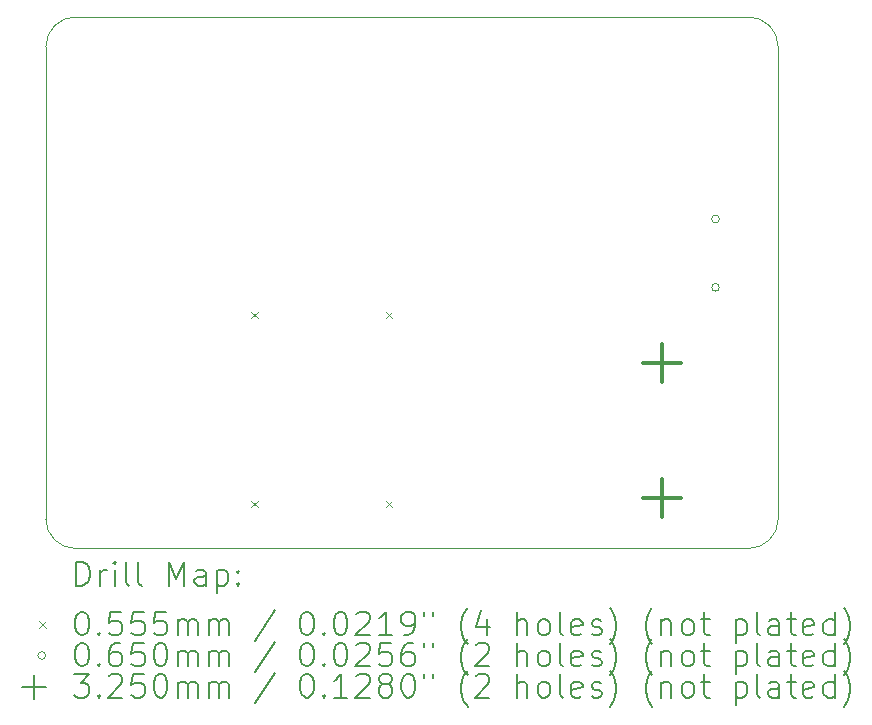
<source format=gbr>
%TF.GenerationSoftware,KiCad,Pcbnew,8.0.7*%
%TF.CreationDate,2025-12-07T18:06:12-08:00*%
%TF.ProjectId,Pivot_Base,5069766f-745f-4426-9173-652e6b696361,rev?*%
%TF.SameCoordinates,Original*%
%TF.FileFunction,Drillmap*%
%TF.FilePolarity,Positive*%
%FSLAX45Y45*%
G04 Gerber Fmt 4.5, Leading zero omitted, Abs format (unit mm)*
G04 Created by KiCad (PCBNEW 8.0.7) date 2025-12-07 18:06:12*
%MOMM*%
%LPD*%
G01*
G04 APERTURE LIST*
%ADD10C,0.050000*%
%ADD11C,0.200000*%
%ADD12C,0.100000*%
%ADD13C,0.325000*%
G04 APERTURE END LIST*
D10*
X20950000Y-10000000D02*
X15250000Y-10000000D01*
X15250000Y-14500000D02*
X20950000Y-14500000D01*
X21200000Y-14250000D02*
X21200000Y-10250000D01*
X21200000Y-14250000D02*
G75*
G02*
X20950000Y-14500000I-250000J0D01*
G01*
X15000000Y-10250000D02*
X15000000Y-14250000D01*
X15250000Y-14500000D02*
G75*
G02*
X15000000Y-14250000I0J250000D01*
G01*
X15000000Y-10250000D02*
G75*
G02*
X15250000Y-10000000I250000J0D01*
G01*
X20950000Y-10000000D02*
G75*
G02*
X21200000Y-10250000I0J-250000D01*
G01*
D11*
D12*
X16737250Y-12497250D02*
X16792750Y-12552750D01*
X16792750Y-12497250D02*
X16737250Y-12552750D01*
X16737250Y-14097250D02*
X16792750Y-14152750D01*
X16792750Y-14097250D02*
X16737250Y-14152750D01*
X17877250Y-12497250D02*
X17932750Y-12552750D01*
X17932750Y-12497250D02*
X17877250Y-12552750D01*
X17877250Y-14097250D02*
X17932750Y-14152750D01*
X17932750Y-14097250D02*
X17877250Y-14152750D01*
X20702000Y-11711000D02*
G75*
G02*
X20637000Y-11711000I-32500J0D01*
G01*
X20637000Y-11711000D02*
G75*
G02*
X20702000Y-11711000I32500J0D01*
G01*
X20702000Y-12289000D02*
G75*
G02*
X20637000Y-12289000I-32500J0D01*
G01*
X20637000Y-12289000D02*
G75*
G02*
X20702000Y-12289000I32500J0D01*
G01*
D13*
X20214000Y-12766000D02*
X20214000Y-13091000D01*
X20051500Y-12928500D02*
X20376500Y-12928500D01*
X20214000Y-13909000D02*
X20214000Y-14234000D01*
X20051500Y-14071500D02*
X20376500Y-14071500D01*
D11*
X15258277Y-14813984D02*
X15258277Y-14613984D01*
X15258277Y-14613984D02*
X15305896Y-14613984D01*
X15305896Y-14613984D02*
X15334467Y-14623508D01*
X15334467Y-14623508D02*
X15353515Y-14642555D01*
X15353515Y-14642555D02*
X15363039Y-14661603D01*
X15363039Y-14661603D02*
X15372562Y-14699698D01*
X15372562Y-14699698D02*
X15372562Y-14728269D01*
X15372562Y-14728269D02*
X15363039Y-14766365D01*
X15363039Y-14766365D02*
X15353515Y-14785412D01*
X15353515Y-14785412D02*
X15334467Y-14804460D01*
X15334467Y-14804460D02*
X15305896Y-14813984D01*
X15305896Y-14813984D02*
X15258277Y-14813984D01*
X15458277Y-14813984D02*
X15458277Y-14680650D01*
X15458277Y-14718746D02*
X15467801Y-14699698D01*
X15467801Y-14699698D02*
X15477324Y-14690174D01*
X15477324Y-14690174D02*
X15496372Y-14680650D01*
X15496372Y-14680650D02*
X15515420Y-14680650D01*
X15582086Y-14813984D02*
X15582086Y-14680650D01*
X15582086Y-14613984D02*
X15572562Y-14623508D01*
X15572562Y-14623508D02*
X15582086Y-14633031D01*
X15582086Y-14633031D02*
X15591610Y-14623508D01*
X15591610Y-14623508D02*
X15582086Y-14613984D01*
X15582086Y-14613984D02*
X15582086Y-14633031D01*
X15705896Y-14813984D02*
X15686848Y-14804460D01*
X15686848Y-14804460D02*
X15677324Y-14785412D01*
X15677324Y-14785412D02*
X15677324Y-14613984D01*
X15810658Y-14813984D02*
X15791610Y-14804460D01*
X15791610Y-14804460D02*
X15782086Y-14785412D01*
X15782086Y-14785412D02*
X15782086Y-14613984D01*
X16039229Y-14813984D02*
X16039229Y-14613984D01*
X16039229Y-14613984D02*
X16105896Y-14756841D01*
X16105896Y-14756841D02*
X16172562Y-14613984D01*
X16172562Y-14613984D02*
X16172562Y-14813984D01*
X16353515Y-14813984D02*
X16353515Y-14709222D01*
X16353515Y-14709222D02*
X16343991Y-14690174D01*
X16343991Y-14690174D02*
X16324943Y-14680650D01*
X16324943Y-14680650D02*
X16286848Y-14680650D01*
X16286848Y-14680650D02*
X16267801Y-14690174D01*
X16353515Y-14804460D02*
X16334467Y-14813984D01*
X16334467Y-14813984D02*
X16286848Y-14813984D01*
X16286848Y-14813984D02*
X16267801Y-14804460D01*
X16267801Y-14804460D02*
X16258277Y-14785412D01*
X16258277Y-14785412D02*
X16258277Y-14766365D01*
X16258277Y-14766365D02*
X16267801Y-14747317D01*
X16267801Y-14747317D02*
X16286848Y-14737793D01*
X16286848Y-14737793D02*
X16334467Y-14737793D01*
X16334467Y-14737793D02*
X16353515Y-14728269D01*
X16448753Y-14680650D02*
X16448753Y-14880650D01*
X16448753Y-14690174D02*
X16467801Y-14680650D01*
X16467801Y-14680650D02*
X16505896Y-14680650D01*
X16505896Y-14680650D02*
X16524943Y-14690174D01*
X16524943Y-14690174D02*
X16534467Y-14699698D01*
X16534467Y-14699698D02*
X16543991Y-14718746D01*
X16543991Y-14718746D02*
X16543991Y-14775888D01*
X16543991Y-14775888D02*
X16534467Y-14794936D01*
X16534467Y-14794936D02*
X16524943Y-14804460D01*
X16524943Y-14804460D02*
X16505896Y-14813984D01*
X16505896Y-14813984D02*
X16467801Y-14813984D01*
X16467801Y-14813984D02*
X16448753Y-14804460D01*
X16629705Y-14794936D02*
X16639229Y-14804460D01*
X16639229Y-14804460D02*
X16629705Y-14813984D01*
X16629705Y-14813984D02*
X16620182Y-14804460D01*
X16620182Y-14804460D02*
X16629705Y-14794936D01*
X16629705Y-14794936D02*
X16629705Y-14813984D01*
X16629705Y-14690174D02*
X16639229Y-14699698D01*
X16639229Y-14699698D02*
X16629705Y-14709222D01*
X16629705Y-14709222D02*
X16620182Y-14699698D01*
X16620182Y-14699698D02*
X16629705Y-14690174D01*
X16629705Y-14690174D02*
X16629705Y-14709222D01*
D12*
X14942000Y-15114750D02*
X14997500Y-15170250D01*
X14997500Y-15114750D02*
X14942000Y-15170250D01*
D11*
X15296372Y-15033984D02*
X15315420Y-15033984D01*
X15315420Y-15033984D02*
X15334467Y-15043508D01*
X15334467Y-15043508D02*
X15343991Y-15053031D01*
X15343991Y-15053031D02*
X15353515Y-15072079D01*
X15353515Y-15072079D02*
X15363039Y-15110174D01*
X15363039Y-15110174D02*
X15363039Y-15157793D01*
X15363039Y-15157793D02*
X15353515Y-15195888D01*
X15353515Y-15195888D02*
X15343991Y-15214936D01*
X15343991Y-15214936D02*
X15334467Y-15224460D01*
X15334467Y-15224460D02*
X15315420Y-15233984D01*
X15315420Y-15233984D02*
X15296372Y-15233984D01*
X15296372Y-15233984D02*
X15277324Y-15224460D01*
X15277324Y-15224460D02*
X15267801Y-15214936D01*
X15267801Y-15214936D02*
X15258277Y-15195888D01*
X15258277Y-15195888D02*
X15248753Y-15157793D01*
X15248753Y-15157793D02*
X15248753Y-15110174D01*
X15248753Y-15110174D02*
X15258277Y-15072079D01*
X15258277Y-15072079D02*
X15267801Y-15053031D01*
X15267801Y-15053031D02*
X15277324Y-15043508D01*
X15277324Y-15043508D02*
X15296372Y-15033984D01*
X15448753Y-15214936D02*
X15458277Y-15224460D01*
X15458277Y-15224460D02*
X15448753Y-15233984D01*
X15448753Y-15233984D02*
X15439229Y-15224460D01*
X15439229Y-15224460D02*
X15448753Y-15214936D01*
X15448753Y-15214936D02*
X15448753Y-15233984D01*
X15639229Y-15033984D02*
X15543991Y-15033984D01*
X15543991Y-15033984D02*
X15534467Y-15129222D01*
X15534467Y-15129222D02*
X15543991Y-15119698D01*
X15543991Y-15119698D02*
X15563039Y-15110174D01*
X15563039Y-15110174D02*
X15610658Y-15110174D01*
X15610658Y-15110174D02*
X15629705Y-15119698D01*
X15629705Y-15119698D02*
X15639229Y-15129222D01*
X15639229Y-15129222D02*
X15648753Y-15148269D01*
X15648753Y-15148269D02*
X15648753Y-15195888D01*
X15648753Y-15195888D02*
X15639229Y-15214936D01*
X15639229Y-15214936D02*
X15629705Y-15224460D01*
X15629705Y-15224460D02*
X15610658Y-15233984D01*
X15610658Y-15233984D02*
X15563039Y-15233984D01*
X15563039Y-15233984D02*
X15543991Y-15224460D01*
X15543991Y-15224460D02*
X15534467Y-15214936D01*
X15829705Y-15033984D02*
X15734467Y-15033984D01*
X15734467Y-15033984D02*
X15724943Y-15129222D01*
X15724943Y-15129222D02*
X15734467Y-15119698D01*
X15734467Y-15119698D02*
X15753515Y-15110174D01*
X15753515Y-15110174D02*
X15801134Y-15110174D01*
X15801134Y-15110174D02*
X15820182Y-15119698D01*
X15820182Y-15119698D02*
X15829705Y-15129222D01*
X15829705Y-15129222D02*
X15839229Y-15148269D01*
X15839229Y-15148269D02*
X15839229Y-15195888D01*
X15839229Y-15195888D02*
X15829705Y-15214936D01*
X15829705Y-15214936D02*
X15820182Y-15224460D01*
X15820182Y-15224460D02*
X15801134Y-15233984D01*
X15801134Y-15233984D02*
X15753515Y-15233984D01*
X15753515Y-15233984D02*
X15734467Y-15224460D01*
X15734467Y-15224460D02*
X15724943Y-15214936D01*
X16020182Y-15033984D02*
X15924943Y-15033984D01*
X15924943Y-15033984D02*
X15915420Y-15129222D01*
X15915420Y-15129222D02*
X15924943Y-15119698D01*
X15924943Y-15119698D02*
X15943991Y-15110174D01*
X15943991Y-15110174D02*
X15991610Y-15110174D01*
X15991610Y-15110174D02*
X16010658Y-15119698D01*
X16010658Y-15119698D02*
X16020182Y-15129222D01*
X16020182Y-15129222D02*
X16029705Y-15148269D01*
X16029705Y-15148269D02*
X16029705Y-15195888D01*
X16029705Y-15195888D02*
X16020182Y-15214936D01*
X16020182Y-15214936D02*
X16010658Y-15224460D01*
X16010658Y-15224460D02*
X15991610Y-15233984D01*
X15991610Y-15233984D02*
X15943991Y-15233984D01*
X15943991Y-15233984D02*
X15924943Y-15224460D01*
X15924943Y-15224460D02*
X15915420Y-15214936D01*
X16115420Y-15233984D02*
X16115420Y-15100650D01*
X16115420Y-15119698D02*
X16124943Y-15110174D01*
X16124943Y-15110174D02*
X16143991Y-15100650D01*
X16143991Y-15100650D02*
X16172563Y-15100650D01*
X16172563Y-15100650D02*
X16191610Y-15110174D01*
X16191610Y-15110174D02*
X16201134Y-15129222D01*
X16201134Y-15129222D02*
X16201134Y-15233984D01*
X16201134Y-15129222D02*
X16210658Y-15110174D01*
X16210658Y-15110174D02*
X16229705Y-15100650D01*
X16229705Y-15100650D02*
X16258277Y-15100650D01*
X16258277Y-15100650D02*
X16277324Y-15110174D01*
X16277324Y-15110174D02*
X16286848Y-15129222D01*
X16286848Y-15129222D02*
X16286848Y-15233984D01*
X16382086Y-15233984D02*
X16382086Y-15100650D01*
X16382086Y-15119698D02*
X16391610Y-15110174D01*
X16391610Y-15110174D02*
X16410658Y-15100650D01*
X16410658Y-15100650D02*
X16439229Y-15100650D01*
X16439229Y-15100650D02*
X16458277Y-15110174D01*
X16458277Y-15110174D02*
X16467801Y-15129222D01*
X16467801Y-15129222D02*
X16467801Y-15233984D01*
X16467801Y-15129222D02*
X16477324Y-15110174D01*
X16477324Y-15110174D02*
X16496372Y-15100650D01*
X16496372Y-15100650D02*
X16524943Y-15100650D01*
X16524943Y-15100650D02*
X16543991Y-15110174D01*
X16543991Y-15110174D02*
X16553515Y-15129222D01*
X16553515Y-15129222D02*
X16553515Y-15233984D01*
X16943991Y-15024460D02*
X16772563Y-15281603D01*
X17201134Y-15033984D02*
X17220182Y-15033984D01*
X17220182Y-15033984D02*
X17239229Y-15043508D01*
X17239229Y-15043508D02*
X17248753Y-15053031D01*
X17248753Y-15053031D02*
X17258277Y-15072079D01*
X17258277Y-15072079D02*
X17267801Y-15110174D01*
X17267801Y-15110174D02*
X17267801Y-15157793D01*
X17267801Y-15157793D02*
X17258277Y-15195888D01*
X17258277Y-15195888D02*
X17248753Y-15214936D01*
X17248753Y-15214936D02*
X17239229Y-15224460D01*
X17239229Y-15224460D02*
X17220182Y-15233984D01*
X17220182Y-15233984D02*
X17201134Y-15233984D01*
X17201134Y-15233984D02*
X17182087Y-15224460D01*
X17182087Y-15224460D02*
X17172563Y-15214936D01*
X17172563Y-15214936D02*
X17163039Y-15195888D01*
X17163039Y-15195888D02*
X17153515Y-15157793D01*
X17153515Y-15157793D02*
X17153515Y-15110174D01*
X17153515Y-15110174D02*
X17163039Y-15072079D01*
X17163039Y-15072079D02*
X17172563Y-15053031D01*
X17172563Y-15053031D02*
X17182087Y-15043508D01*
X17182087Y-15043508D02*
X17201134Y-15033984D01*
X17353515Y-15214936D02*
X17363039Y-15224460D01*
X17363039Y-15224460D02*
X17353515Y-15233984D01*
X17353515Y-15233984D02*
X17343991Y-15224460D01*
X17343991Y-15224460D02*
X17353515Y-15214936D01*
X17353515Y-15214936D02*
X17353515Y-15233984D01*
X17486848Y-15033984D02*
X17505896Y-15033984D01*
X17505896Y-15033984D02*
X17524944Y-15043508D01*
X17524944Y-15043508D02*
X17534468Y-15053031D01*
X17534468Y-15053031D02*
X17543991Y-15072079D01*
X17543991Y-15072079D02*
X17553515Y-15110174D01*
X17553515Y-15110174D02*
X17553515Y-15157793D01*
X17553515Y-15157793D02*
X17543991Y-15195888D01*
X17543991Y-15195888D02*
X17534468Y-15214936D01*
X17534468Y-15214936D02*
X17524944Y-15224460D01*
X17524944Y-15224460D02*
X17505896Y-15233984D01*
X17505896Y-15233984D02*
X17486848Y-15233984D01*
X17486848Y-15233984D02*
X17467801Y-15224460D01*
X17467801Y-15224460D02*
X17458277Y-15214936D01*
X17458277Y-15214936D02*
X17448753Y-15195888D01*
X17448753Y-15195888D02*
X17439229Y-15157793D01*
X17439229Y-15157793D02*
X17439229Y-15110174D01*
X17439229Y-15110174D02*
X17448753Y-15072079D01*
X17448753Y-15072079D02*
X17458277Y-15053031D01*
X17458277Y-15053031D02*
X17467801Y-15043508D01*
X17467801Y-15043508D02*
X17486848Y-15033984D01*
X17629706Y-15053031D02*
X17639229Y-15043508D01*
X17639229Y-15043508D02*
X17658277Y-15033984D01*
X17658277Y-15033984D02*
X17705896Y-15033984D01*
X17705896Y-15033984D02*
X17724944Y-15043508D01*
X17724944Y-15043508D02*
X17734468Y-15053031D01*
X17734468Y-15053031D02*
X17743991Y-15072079D01*
X17743991Y-15072079D02*
X17743991Y-15091127D01*
X17743991Y-15091127D02*
X17734468Y-15119698D01*
X17734468Y-15119698D02*
X17620182Y-15233984D01*
X17620182Y-15233984D02*
X17743991Y-15233984D01*
X17934468Y-15233984D02*
X17820182Y-15233984D01*
X17877325Y-15233984D02*
X17877325Y-15033984D01*
X17877325Y-15033984D02*
X17858277Y-15062555D01*
X17858277Y-15062555D02*
X17839229Y-15081603D01*
X17839229Y-15081603D02*
X17820182Y-15091127D01*
X18029706Y-15233984D02*
X18067801Y-15233984D01*
X18067801Y-15233984D02*
X18086849Y-15224460D01*
X18086849Y-15224460D02*
X18096372Y-15214936D01*
X18096372Y-15214936D02*
X18115420Y-15186365D01*
X18115420Y-15186365D02*
X18124944Y-15148269D01*
X18124944Y-15148269D02*
X18124944Y-15072079D01*
X18124944Y-15072079D02*
X18115420Y-15053031D01*
X18115420Y-15053031D02*
X18105896Y-15043508D01*
X18105896Y-15043508D02*
X18086849Y-15033984D01*
X18086849Y-15033984D02*
X18048753Y-15033984D01*
X18048753Y-15033984D02*
X18029706Y-15043508D01*
X18029706Y-15043508D02*
X18020182Y-15053031D01*
X18020182Y-15053031D02*
X18010658Y-15072079D01*
X18010658Y-15072079D02*
X18010658Y-15119698D01*
X18010658Y-15119698D02*
X18020182Y-15138746D01*
X18020182Y-15138746D02*
X18029706Y-15148269D01*
X18029706Y-15148269D02*
X18048753Y-15157793D01*
X18048753Y-15157793D02*
X18086849Y-15157793D01*
X18086849Y-15157793D02*
X18105896Y-15148269D01*
X18105896Y-15148269D02*
X18115420Y-15138746D01*
X18115420Y-15138746D02*
X18124944Y-15119698D01*
X18201134Y-15033984D02*
X18201134Y-15072079D01*
X18277325Y-15033984D02*
X18277325Y-15072079D01*
X18572563Y-15310174D02*
X18563039Y-15300650D01*
X18563039Y-15300650D02*
X18543991Y-15272079D01*
X18543991Y-15272079D02*
X18534468Y-15253031D01*
X18534468Y-15253031D02*
X18524944Y-15224460D01*
X18524944Y-15224460D02*
X18515420Y-15176841D01*
X18515420Y-15176841D02*
X18515420Y-15138746D01*
X18515420Y-15138746D02*
X18524944Y-15091127D01*
X18524944Y-15091127D02*
X18534468Y-15062555D01*
X18534468Y-15062555D02*
X18543991Y-15043508D01*
X18543991Y-15043508D02*
X18563039Y-15014936D01*
X18563039Y-15014936D02*
X18572563Y-15005412D01*
X18734468Y-15100650D02*
X18734468Y-15233984D01*
X18686849Y-15024460D02*
X18639230Y-15167317D01*
X18639230Y-15167317D02*
X18763039Y-15167317D01*
X18991611Y-15233984D02*
X18991611Y-15033984D01*
X19077325Y-15233984D02*
X19077325Y-15129222D01*
X19077325Y-15129222D02*
X19067801Y-15110174D01*
X19067801Y-15110174D02*
X19048753Y-15100650D01*
X19048753Y-15100650D02*
X19020182Y-15100650D01*
X19020182Y-15100650D02*
X19001134Y-15110174D01*
X19001134Y-15110174D02*
X18991611Y-15119698D01*
X19201134Y-15233984D02*
X19182087Y-15224460D01*
X19182087Y-15224460D02*
X19172563Y-15214936D01*
X19172563Y-15214936D02*
X19163039Y-15195888D01*
X19163039Y-15195888D02*
X19163039Y-15138746D01*
X19163039Y-15138746D02*
X19172563Y-15119698D01*
X19172563Y-15119698D02*
X19182087Y-15110174D01*
X19182087Y-15110174D02*
X19201134Y-15100650D01*
X19201134Y-15100650D02*
X19229706Y-15100650D01*
X19229706Y-15100650D02*
X19248753Y-15110174D01*
X19248753Y-15110174D02*
X19258277Y-15119698D01*
X19258277Y-15119698D02*
X19267801Y-15138746D01*
X19267801Y-15138746D02*
X19267801Y-15195888D01*
X19267801Y-15195888D02*
X19258277Y-15214936D01*
X19258277Y-15214936D02*
X19248753Y-15224460D01*
X19248753Y-15224460D02*
X19229706Y-15233984D01*
X19229706Y-15233984D02*
X19201134Y-15233984D01*
X19382087Y-15233984D02*
X19363039Y-15224460D01*
X19363039Y-15224460D02*
X19353515Y-15205412D01*
X19353515Y-15205412D02*
X19353515Y-15033984D01*
X19534468Y-15224460D02*
X19515420Y-15233984D01*
X19515420Y-15233984D02*
X19477325Y-15233984D01*
X19477325Y-15233984D02*
X19458277Y-15224460D01*
X19458277Y-15224460D02*
X19448753Y-15205412D01*
X19448753Y-15205412D02*
X19448753Y-15129222D01*
X19448753Y-15129222D02*
X19458277Y-15110174D01*
X19458277Y-15110174D02*
X19477325Y-15100650D01*
X19477325Y-15100650D02*
X19515420Y-15100650D01*
X19515420Y-15100650D02*
X19534468Y-15110174D01*
X19534468Y-15110174D02*
X19543992Y-15129222D01*
X19543992Y-15129222D02*
X19543992Y-15148269D01*
X19543992Y-15148269D02*
X19448753Y-15167317D01*
X19620182Y-15224460D02*
X19639230Y-15233984D01*
X19639230Y-15233984D02*
X19677325Y-15233984D01*
X19677325Y-15233984D02*
X19696373Y-15224460D01*
X19696373Y-15224460D02*
X19705896Y-15205412D01*
X19705896Y-15205412D02*
X19705896Y-15195888D01*
X19705896Y-15195888D02*
X19696373Y-15176841D01*
X19696373Y-15176841D02*
X19677325Y-15167317D01*
X19677325Y-15167317D02*
X19648753Y-15167317D01*
X19648753Y-15167317D02*
X19629706Y-15157793D01*
X19629706Y-15157793D02*
X19620182Y-15138746D01*
X19620182Y-15138746D02*
X19620182Y-15129222D01*
X19620182Y-15129222D02*
X19629706Y-15110174D01*
X19629706Y-15110174D02*
X19648753Y-15100650D01*
X19648753Y-15100650D02*
X19677325Y-15100650D01*
X19677325Y-15100650D02*
X19696373Y-15110174D01*
X19772563Y-15310174D02*
X19782087Y-15300650D01*
X19782087Y-15300650D02*
X19801134Y-15272079D01*
X19801134Y-15272079D02*
X19810658Y-15253031D01*
X19810658Y-15253031D02*
X19820182Y-15224460D01*
X19820182Y-15224460D02*
X19829706Y-15176841D01*
X19829706Y-15176841D02*
X19829706Y-15138746D01*
X19829706Y-15138746D02*
X19820182Y-15091127D01*
X19820182Y-15091127D02*
X19810658Y-15062555D01*
X19810658Y-15062555D02*
X19801134Y-15043508D01*
X19801134Y-15043508D02*
X19782087Y-15014936D01*
X19782087Y-15014936D02*
X19772563Y-15005412D01*
X20134468Y-15310174D02*
X20124944Y-15300650D01*
X20124944Y-15300650D02*
X20105896Y-15272079D01*
X20105896Y-15272079D02*
X20096373Y-15253031D01*
X20096373Y-15253031D02*
X20086849Y-15224460D01*
X20086849Y-15224460D02*
X20077325Y-15176841D01*
X20077325Y-15176841D02*
X20077325Y-15138746D01*
X20077325Y-15138746D02*
X20086849Y-15091127D01*
X20086849Y-15091127D02*
X20096373Y-15062555D01*
X20096373Y-15062555D02*
X20105896Y-15043508D01*
X20105896Y-15043508D02*
X20124944Y-15014936D01*
X20124944Y-15014936D02*
X20134468Y-15005412D01*
X20210658Y-15100650D02*
X20210658Y-15233984D01*
X20210658Y-15119698D02*
X20220182Y-15110174D01*
X20220182Y-15110174D02*
X20239230Y-15100650D01*
X20239230Y-15100650D02*
X20267801Y-15100650D01*
X20267801Y-15100650D02*
X20286849Y-15110174D01*
X20286849Y-15110174D02*
X20296373Y-15129222D01*
X20296373Y-15129222D02*
X20296373Y-15233984D01*
X20420182Y-15233984D02*
X20401134Y-15224460D01*
X20401134Y-15224460D02*
X20391611Y-15214936D01*
X20391611Y-15214936D02*
X20382087Y-15195888D01*
X20382087Y-15195888D02*
X20382087Y-15138746D01*
X20382087Y-15138746D02*
X20391611Y-15119698D01*
X20391611Y-15119698D02*
X20401134Y-15110174D01*
X20401134Y-15110174D02*
X20420182Y-15100650D01*
X20420182Y-15100650D02*
X20448754Y-15100650D01*
X20448754Y-15100650D02*
X20467801Y-15110174D01*
X20467801Y-15110174D02*
X20477325Y-15119698D01*
X20477325Y-15119698D02*
X20486849Y-15138746D01*
X20486849Y-15138746D02*
X20486849Y-15195888D01*
X20486849Y-15195888D02*
X20477325Y-15214936D01*
X20477325Y-15214936D02*
X20467801Y-15224460D01*
X20467801Y-15224460D02*
X20448754Y-15233984D01*
X20448754Y-15233984D02*
X20420182Y-15233984D01*
X20543992Y-15100650D02*
X20620182Y-15100650D01*
X20572563Y-15033984D02*
X20572563Y-15205412D01*
X20572563Y-15205412D02*
X20582087Y-15224460D01*
X20582087Y-15224460D02*
X20601134Y-15233984D01*
X20601134Y-15233984D02*
X20620182Y-15233984D01*
X20839230Y-15100650D02*
X20839230Y-15300650D01*
X20839230Y-15110174D02*
X20858277Y-15100650D01*
X20858277Y-15100650D02*
X20896373Y-15100650D01*
X20896373Y-15100650D02*
X20915420Y-15110174D01*
X20915420Y-15110174D02*
X20924944Y-15119698D01*
X20924944Y-15119698D02*
X20934468Y-15138746D01*
X20934468Y-15138746D02*
X20934468Y-15195888D01*
X20934468Y-15195888D02*
X20924944Y-15214936D01*
X20924944Y-15214936D02*
X20915420Y-15224460D01*
X20915420Y-15224460D02*
X20896373Y-15233984D01*
X20896373Y-15233984D02*
X20858277Y-15233984D01*
X20858277Y-15233984D02*
X20839230Y-15224460D01*
X21048754Y-15233984D02*
X21029706Y-15224460D01*
X21029706Y-15224460D02*
X21020182Y-15205412D01*
X21020182Y-15205412D02*
X21020182Y-15033984D01*
X21210658Y-15233984D02*
X21210658Y-15129222D01*
X21210658Y-15129222D02*
X21201135Y-15110174D01*
X21201135Y-15110174D02*
X21182087Y-15100650D01*
X21182087Y-15100650D02*
X21143992Y-15100650D01*
X21143992Y-15100650D02*
X21124944Y-15110174D01*
X21210658Y-15224460D02*
X21191611Y-15233984D01*
X21191611Y-15233984D02*
X21143992Y-15233984D01*
X21143992Y-15233984D02*
X21124944Y-15224460D01*
X21124944Y-15224460D02*
X21115420Y-15205412D01*
X21115420Y-15205412D02*
X21115420Y-15186365D01*
X21115420Y-15186365D02*
X21124944Y-15167317D01*
X21124944Y-15167317D02*
X21143992Y-15157793D01*
X21143992Y-15157793D02*
X21191611Y-15157793D01*
X21191611Y-15157793D02*
X21210658Y-15148269D01*
X21277325Y-15100650D02*
X21353515Y-15100650D01*
X21305896Y-15033984D02*
X21305896Y-15205412D01*
X21305896Y-15205412D02*
X21315420Y-15224460D01*
X21315420Y-15224460D02*
X21334468Y-15233984D01*
X21334468Y-15233984D02*
X21353515Y-15233984D01*
X21496373Y-15224460D02*
X21477325Y-15233984D01*
X21477325Y-15233984D02*
X21439230Y-15233984D01*
X21439230Y-15233984D02*
X21420182Y-15224460D01*
X21420182Y-15224460D02*
X21410658Y-15205412D01*
X21410658Y-15205412D02*
X21410658Y-15129222D01*
X21410658Y-15129222D02*
X21420182Y-15110174D01*
X21420182Y-15110174D02*
X21439230Y-15100650D01*
X21439230Y-15100650D02*
X21477325Y-15100650D01*
X21477325Y-15100650D02*
X21496373Y-15110174D01*
X21496373Y-15110174D02*
X21505896Y-15129222D01*
X21505896Y-15129222D02*
X21505896Y-15148269D01*
X21505896Y-15148269D02*
X21410658Y-15167317D01*
X21677325Y-15233984D02*
X21677325Y-15033984D01*
X21677325Y-15224460D02*
X21658277Y-15233984D01*
X21658277Y-15233984D02*
X21620182Y-15233984D01*
X21620182Y-15233984D02*
X21601135Y-15224460D01*
X21601135Y-15224460D02*
X21591611Y-15214936D01*
X21591611Y-15214936D02*
X21582087Y-15195888D01*
X21582087Y-15195888D02*
X21582087Y-15138746D01*
X21582087Y-15138746D02*
X21591611Y-15119698D01*
X21591611Y-15119698D02*
X21601135Y-15110174D01*
X21601135Y-15110174D02*
X21620182Y-15100650D01*
X21620182Y-15100650D02*
X21658277Y-15100650D01*
X21658277Y-15100650D02*
X21677325Y-15110174D01*
X21753516Y-15310174D02*
X21763039Y-15300650D01*
X21763039Y-15300650D02*
X21782087Y-15272079D01*
X21782087Y-15272079D02*
X21791611Y-15253031D01*
X21791611Y-15253031D02*
X21801135Y-15224460D01*
X21801135Y-15224460D02*
X21810658Y-15176841D01*
X21810658Y-15176841D02*
X21810658Y-15138746D01*
X21810658Y-15138746D02*
X21801135Y-15091127D01*
X21801135Y-15091127D02*
X21791611Y-15062555D01*
X21791611Y-15062555D02*
X21782087Y-15043508D01*
X21782087Y-15043508D02*
X21763039Y-15014936D01*
X21763039Y-15014936D02*
X21753516Y-15005412D01*
D12*
X14997500Y-15406500D02*
G75*
G02*
X14932500Y-15406500I-32500J0D01*
G01*
X14932500Y-15406500D02*
G75*
G02*
X14997500Y-15406500I32500J0D01*
G01*
D11*
X15296372Y-15297984D02*
X15315420Y-15297984D01*
X15315420Y-15297984D02*
X15334467Y-15307508D01*
X15334467Y-15307508D02*
X15343991Y-15317031D01*
X15343991Y-15317031D02*
X15353515Y-15336079D01*
X15353515Y-15336079D02*
X15363039Y-15374174D01*
X15363039Y-15374174D02*
X15363039Y-15421793D01*
X15363039Y-15421793D02*
X15353515Y-15459888D01*
X15353515Y-15459888D02*
X15343991Y-15478936D01*
X15343991Y-15478936D02*
X15334467Y-15488460D01*
X15334467Y-15488460D02*
X15315420Y-15497984D01*
X15315420Y-15497984D02*
X15296372Y-15497984D01*
X15296372Y-15497984D02*
X15277324Y-15488460D01*
X15277324Y-15488460D02*
X15267801Y-15478936D01*
X15267801Y-15478936D02*
X15258277Y-15459888D01*
X15258277Y-15459888D02*
X15248753Y-15421793D01*
X15248753Y-15421793D02*
X15248753Y-15374174D01*
X15248753Y-15374174D02*
X15258277Y-15336079D01*
X15258277Y-15336079D02*
X15267801Y-15317031D01*
X15267801Y-15317031D02*
X15277324Y-15307508D01*
X15277324Y-15307508D02*
X15296372Y-15297984D01*
X15448753Y-15478936D02*
X15458277Y-15488460D01*
X15458277Y-15488460D02*
X15448753Y-15497984D01*
X15448753Y-15497984D02*
X15439229Y-15488460D01*
X15439229Y-15488460D02*
X15448753Y-15478936D01*
X15448753Y-15478936D02*
X15448753Y-15497984D01*
X15629705Y-15297984D02*
X15591610Y-15297984D01*
X15591610Y-15297984D02*
X15572562Y-15307508D01*
X15572562Y-15307508D02*
X15563039Y-15317031D01*
X15563039Y-15317031D02*
X15543991Y-15345603D01*
X15543991Y-15345603D02*
X15534467Y-15383698D01*
X15534467Y-15383698D02*
X15534467Y-15459888D01*
X15534467Y-15459888D02*
X15543991Y-15478936D01*
X15543991Y-15478936D02*
X15553515Y-15488460D01*
X15553515Y-15488460D02*
X15572562Y-15497984D01*
X15572562Y-15497984D02*
X15610658Y-15497984D01*
X15610658Y-15497984D02*
X15629705Y-15488460D01*
X15629705Y-15488460D02*
X15639229Y-15478936D01*
X15639229Y-15478936D02*
X15648753Y-15459888D01*
X15648753Y-15459888D02*
X15648753Y-15412269D01*
X15648753Y-15412269D02*
X15639229Y-15393222D01*
X15639229Y-15393222D02*
X15629705Y-15383698D01*
X15629705Y-15383698D02*
X15610658Y-15374174D01*
X15610658Y-15374174D02*
X15572562Y-15374174D01*
X15572562Y-15374174D02*
X15553515Y-15383698D01*
X15553515Y-15383698D02*
X15543991Y-15393222D01*
X15543991Y-15393222D02*
X15534467Y-15412269D01*
X15829705Y-15297984D02*
X15734467Y-15297984D01*
X15734467Y-15297984D02*
X15724943Y-15393222D01*
X15724943Y-15393222D02*
X15734467Y-15383698D01*
X15734467Y-15383698D02*
X15753515Y-15374174D01*
X15753515Y-15374174D02*
X15801134Y-15374174D01*
X15801134Y-15374174D02*
X15820182Y-15383698D01*
X15820182Y-15383698D02*
X15829705Y-15393222D01*
X15829705Y-15393222D02*
X15839229Y-15412269D01*
X15839229Y-15412269D02*
X15839229Y-15459888D01*
X15839229Y-15459888D02*
X15829705Y-15478936D01*
X15829705Y-15478936D02*
X15820182Y-15488460D01*
X15820182Y-15488460D02*
X15801134Y-15497984D01*
X15801134Y-15497984D02*
X15753515Y-15497984D01*
X15753515Y-15497984D02*
X15734467Y-15488460D01*
X15734467Y-15488460D02*
X15724943Y-15478936D01*
X15963039Y-15297984D02*
X15982086Y-15297984D01*
X15982086Y-15297984D02*
X16001134Y-15307508D01*
X16001134Y-15307508D02*
X16010658Y-15317031D01*
X16010658Y-15317031D02*
X16020182Y-15336079D01*
X16020182Y-15336079D02*
X16029705Y-15374174D01*
X16029705Y-15374174D02*
X16029705Y-15421793D01*
X16029705Y-15421793D02*
X16020182Y-15459888D01*
X16020182Y-15459888D02*
X16010658Y-15478936D01*
X16010658Y-15478936D02*
X16001134Y-15488460D01*
X16001134Y-15488460D02*
X15982086Y-15497984D01*
X15982086Y-15497984D02*
X15963039Y-15497984D01*
X15963039Y-15497984D02*
X15943991Y-15488460D01*
X15943991Y-15488460D02*
X15934467Y-15478936D01*
X15934467Y-15478936D02*
X15924943Y-15459888D01*
X15924943Y-15459888D02*
X15915420Y-15421793D01*
X15915420Y-15421793D02*
X15915420Y-15374174D01*
X15915420Y-15374174D02*
X15924943Y-15336079D01*
X15924943Y-15336079D02*
X15934467Y-15317031D01*
X15934467Y-15317031D02*
X15943991Y-15307508D01*
X15943991Y-15307508D02*
X15963039Y-15297984D01*
X16115420Y-15497984D02*
X16115420Y-15364650D01*
X16115420Y-15383698D02*
X16124943Y-15374174D01*
X16124943Y-15374174D02*
X16143991Y-15364650D01*
X16143991Y-15364650D02*
X16172563Y-15364650D01*
X16172563Y-15364650D02*
X16191610Y-15374174D01*
X16191610Y-15374174D02*
X16201134Y-15393222D01*
X16201134Y-15393222D02*
X16201134Y-15497984D01*
X16201134Y-15393222D02*
X16210658Y-15374174D01*
X16210658Y-15374174D02*
X16229705Y-15364650D01*
X16229705Y-15364650D02*
X16258277Y-15364650D01*
X16258277Y-15364650D02*
X16277324Y-15374174D01*
X16277324Y-15374174D02*
X16286848Y-15393222D01*
X16286848Y-15393222D02*
X16286848Y-15497984D01*
X16382086Y-15497984D02*
X16382086Y-15364650D01*
X16382086Y-15383698D02*
X16391610Y-15374174D01*
X16391610Y-15374174D02*
X16410658Y-15364650D01*
X16410658Y-15364650D02*
X16439229Y-15364650D01*
X16439229Y-15364650D02*
X16458277Y-15374174D01*
X16458277Y-15374174D02*
X16467801Y-15393222D01*
X16467801Y-15393222D02*
X16467801Y-15497984D01*
X16467801Y-15393222D02*
X16477324Y-15374174D01*
X16477324Y-15374174D02*
X16496372Y-15364650D01*
X16496372Y-15364650D02*
X16524943Y-15364650D01*
X16524943Y-15364650D02*
X16543991Y-15374174D01*
X16543991Y-15374174D02*
X16553515Y-15393222D01*
X16553515Y-15393222D02*
X16553515Y-15497984D01*
X16943991Y-15288460D02*
X16772563Y-15545603D01*
X17201134Y-15297984D02*
X17220182Y-15297984D01*
X17220182Y-15297984D02*
X17239229Y-15307508D01*
X17239229Y-15307508D02*
X17248753Y-15317031D01*
X17248753Y-15317031D02*
X17258277Y-15336079D01*
X17258277Y-15336079D02*
X17267801Y-15374174D01*
X17267801Y-15374174D02*
X17267801Y-15421793D01*
X17267801Y-15421793D02*
X17258277Y-15459888D01*
X17258277Y-15459888D02*
X17248753Y-15478936D01*
X17248753Y-15478936D02*
X17239229Y-15488460D01*
X17239229Y-15488460D02*
X17220182Y-15497984D01*
X17220182Y-15497984D02*
X17201134Y-15497984D01*
X17201134Y-15497984D02*
X17182087Y-15488460D01*
X17182087Y-15488460D02*
X17172563Y-15478936D01*
X17172563Y-15478936D02*
X17163039Y-15459888D01*
X17163039Y-15459888D02*
X17153515Y-15421793D01*
X17153515Y-15421793D02*
X17153515Y-15374174D01*
X17153515Y-15374174D02*
X17163039Y-15336079D01*
X17163039Y-15336079D02*
X17172563Y-15317031D01*
X17172563Y-15317031D02*
X17182087Y-15307508D01*
X17182087Y-15307508D02*
X17201134Y-15297984D01*
X17353515Y-15478936D02*
X17363039Y-15488460D01*
X17363039Y-15488460D02*
X17353515Y-15497984D01*
X17353515Y-15497984D02*
X17343991Y-15488460D01*
X17343991Y-15488460D02*
X17353515Y-15478936D01*
X17353515Y-15478936D02*
X17353515Y-15497984D01*
X17486848Y-15297984D02*
X17505896Y-15297984D01*
X17505896Y-15297984D02*
X17524944Y-15307508D01*
X17524944Y-15307508D02*
X17534468Y-15317031D01*
X17534468Y-15317031D02*
X17543991Y-15336079D01*
X17543991Y-15336079D02*
X17553515Y-15374174D01*
X17553515Y-15374174D02*
X17553515Y-15421793D01*
X17553515Y-15421793D02*
X17543991Y-15459888D01*
X17543991Y-15459888D02*
X17534468Y-15478936D01*
X17534468Y-15478936D02*
X17524944Y-15488460D01*
X17524944Y-15488460D02*
X17505896Y-15497984D01*
X17505896Y-15497984D02*
X17486848Y-15497984D01*
X17486848Y-15497984D02*
X17467801Y-15488460D01*
X17467801Y-15488460D02*
X17458277Y-15478936D01*
X17458277Y-15478936D02*
X17448753Y-15459888D01*
X17448753Y-15459888D02*
X17439229Y-15421793D01*
X17439229Y-15421793D02*
X17439229Y-15374174D01*
X17439229Y-15374174D02*
X17448753Y-15336079D01*
X17448753Y-15336079D02*
X17458277Y-15317031D01*
X17458277Y-15317031D02*
X17467801Y-15307508D01*
X17467801Y-15307508D02*
X17486848Y-15297984D01*
X17629706Y-15317031D02*
X17639229Y-15307508D01*
X17639229Y-15307508D02*
X17658277Y-15297984D01*
X17658277Y-15297984D02*
X17705896Y-15297984D01*
X17705896Y-15297984D02*
X17724944Y-15307508D01*
X17724944Y-15307508D02*
X17734468Y-15317031D01*
X17734468Y-15317031D02*
X17743991Y-15336079D01*
X17743991Y-15336079D02*
X17743991Y-15355127D01*
X17743991Y-15355127D02*
X17734468Y-15383698D01*
X17734468Y-15383698D02*
X17620182Y-15497984D01*
X17620182Y-15497984D02*
X17743991Y-15497984D01*
X17924944Y-15297984D02*
X17829706Y-15297984D01*
X17829706Y-15297984D02*
X17820182Y-15393222D01*
X17820182Y-15393222D02*
X17829706Y-15383698D01*
X17829706Y-15383698D02*
X17848753Y-15374174D01*
X17848753Y-15374174D02*
X17896372Y-15374174D01*
X17896372Y-15374174D02*
X17915420Y-15383698D01*
X17915420Y-15383698D02*
X17924944Y-15393222D01*
X17924944Y-15393222D02*
X17934468Y-15412269D01*
X17934468Y-15412269D02*
X17934468Y-15459888D01*
X17934468Y-15459888D02*
X17924944Y-15478936D01*
X17924944Y-15478936D02*
X17915420Y-15488460D01*
X17915420Y-15488460D02*
X17896372Y-15497984D01*
X17896372Y-15497984D02*
X17848753Y-15497984D01*
X17848753Y-15497984D02*
X17829706Y-15488460D01*
X17829706Y-15488460D02*
X17820182Y-15478936D01*
X18105896Y-15297984D02*
X18067801Y-15297984D01*
X18067801Y-15297984D02*
X18048753Y-15307508D01*
X18048753Y-15307508D02*
X18039229Y-15317031D01*
X18039229Y-15317031D02*
X18020182Y-15345603D01*
X18020182Y-15345603D02*
X18010658Y-15383698D01*
X18010658Y-15383698D02*
X18010658Y-15459888D01*
X18010658Y-15459888D02*
X18020182Y-15478936D01*
X18020182Y-15478936D02*
X18029706Y-15488460D01*
X18029706Y-15488460D02*
X18048753Y-15497984D01*
X18048753Y-15497984D02*
X18086849Y-15497984D01*
X18086849Y-15497984D02*
X18105896Y-15488460D01*
X18105896Y-15488460D02*
X18115420Y-15478936D01*
X18115420Y-15478936D02*
X18124944Y-15459888D01*
X18124944Y-15459888D02*
X18124944Y-15412269D01*
X18124944Y-15412269D02*
X18115420Y-15393222D01*
X18115420Y-15393222D02*
X18105896Y-15383698D01*
X18105896Y-15383698D02*
X18086849Y-15374174D01*
X18086849Y-15374174D02*
X18048753Y-15374174D01*
X18048753Y-15374174D02*
X18029706Y-15383698D01*
X18029706Y-15383698D02*
X18020182Y-15393222D01*
X18020182Y-15393222D02*
X18010658Y-15412269D01*
X18201134Y-15297984D02*
X18201134Y-15336079D01*
X18277325Y-15297984D02*
X18277325Y-15336079D01*
X18572563Y-15574174D02*
X18563039Y-15564650D01*
X18563039Y-15564650D02*
X18543991Y-15536079D01*
X18543991Y-15536079D02*
X18534468Y-15517031D01*
X18534468Y-15517031D02*
X18524944Y-15488460D01*
X18524944Y-15488460D02*
X18515420Y-15440841D01*
X18515420Y-15440841D02*
X18515420Y-15402746D01*
X18515420Y-15402746D02*
X18524944Y-15355127D01*
X18524944Y-15355127D02*
X18534468Y-15326555D01*
X18534468Y-15326555D02*
X18543991Y-15307508D01*
X18543991Y-15307508D02*
X18563039Y-15278936D01*
X18563039Y-15278936D02*
X18572563Y-15269412D01*
X18639230Y-15317031D02*
X18648753Y-15307508D01*
X18648753Y-15307508D02*
X18667801Y-15297984D01*
X18667801Y-15297984D02*
X18715420Y-15297984D01*
X18715420Y-15297984D02*
X18734468Y-15307508D01*
X18734468Y-15307508D02*
X18743991Y-15317031D01*
X18743991Y-15317031D02*
X18753515Y-15336079D01*
X18753515Y-15336079D02*
X18753515Y-15355127D01*
X18753515Y-15355127D02*
X18743991Y-15383698D01*
X18743991Y-15383698D02*
X18629706Y-15497984D01*
X18629706Y-15497984D02*
X18753515Y-15497984D01*
X18991611Y-15497984D02*
X18991611Y-15297984D01*
X19077325Y-15497984D02*
X19077325Y-15393222D01*
X19077325Y-15393222D02*
X19067801Y-15374174D01*
X19067801Y-15374174D02*
X19048753Y-15364650D01*
X19048753Y-15364650D02*
X19020182Y-15364650D01*
X19020182Y-15364650D02*
X19001134Y-15374174D01*
X19001134Y-15374174D02*
X18991611Y-15383698D01*
X19201134Y-15497984D02*
X19182087Y-15488460D01*
X19182087Y-15488460D02*
X19172563Y-15478936D01*
X19172563Y-15478936D02*
X19163039Y-15459888D01*
X19163039Y-15459888D02*
X19163039Y-15402746D01*
X19163039Y-15402746D02*
X19172563Y-15383698D01*
X19172563Y-15383698D02*
X19182087Y-15374174D01*
X19182087Y-15374174D02*
X19201134Y-15364650D01*
X19201134Y-15364650D02*
X19229706Y-15364650D01*
X19229706Y-15364650D02*
X19248753Y-15374174D01*
X19248753Y-15374174D02*
X19258277Y-15383698D01*
X19258277Y-15383698D02*
X19267801Y-15402746D01*
X19267801Y-15402746D02*
X19267801Y-15459888D01*
X19267801Y-15459888D02*
X19258277Y-15478936D01*
X19258277Y-15478936D02*
X19248753Y-15488460D01*
X19248753Y-15488460D02*
X19229706Y-15497984D01*
X19229706Y-15497984D02*
X19201134Y-15497984D01*
X19382087Y-15497984D02*
X19363039Y-15488460D01*
X19363039Y-15488460D02*
X19353515Y-15469412D01*
X19353515Y-15469412D02*
X19353515Y-15297984D01*
X19534468Y-15488460D02*
X19515420Y-15497984D01*
X19515420Y-15497984D02*
X19477325Y-15497984D01*
X19477325Y-15497984D02*
X19458277Y-15488460D01*
X19458277Y-15488460D02*
X19448753Y-15469412D01*
X19448753Y-15469412D02*
X19448753Y-15393222D01*
X19448753Y-15393222D02*
X19458277Y-15374174D01*
X19458277Y-15374174D02*
X19477325Y-15364650D01*
X19477325Y-15364650D02*
X19515420Y-15364650D01*
X19515420Y-15364650D02*
X19534468Y-15374174D01*
X19534468Y-15374174D02*
X19543992Y-15393222D01*
X19543992Y-15393222D02*
X19543992Y-15412269D01*
X19543992Y-15412269D02*
X19448753Y-15431317D01*
X19620182Y-15488460D02*
X19639230Y-15497984D01*
X19639230Y-15497984D02*
X19677325Y-15497984D01*
X19677325Y-15497984D02*
X19696373Y-15488460D01*
X19696373Y-15488460D02*
X19705896Y-15469412D01*
X19705896Y-15469412D02*
X19705896Y-15459888D01*
X19705896Y-15459888D02*
X19696373Y-15440841D01*
X19696373Y-15440841D02*
X19677325Y-15431317D01*
X19677325Y-15431317D02*
X19648753Y-15431317D01*
X19648753Y-15431317D02*
X19629706Y-15421793D01*
X19629706Y-15421793D02*
X19620182Y-15402746D01*
X19620182Y-15402746D02*
X19620182Y-15393222D01*
X19620182Y-15393222D02*
X19629706Y-15374174D01*
X19629706Y-15374174D02*
X19648753Y-15364650D01*
X19648753Y-15364650D02*
X19677325Y-15364650D01*
X19677325Y-15364650D02*
X19696373Y-15374174D01*
X19772563Y-15574174D02*
X19782087Y-15564650D01*
X19782087Y-15564650D02*
X19801134Y-15536079D01*
X19801134Y-15536079D02*
X19810658Y-15517031D01*
X19810658Y-15517031D02*
X19820182Y-15488460D01*
X19820182Y-15488460D02*
X19829706Y-15440841D01*
X19829706Y-15440841D02*
X19829706Y-15402746D01*
X19829706Y-15402746D02*
X19820182Y-15355127D01*
X19820182Y-15355127D02*
X19810658Y-15326555D01*
X19810658Y-15326555D02*
X19801134Y-15307508D01*
X19801134Y-15307508D02*
X19782087Y-15278936D01*
X19782087Y-15278936D02*
X19772563Y-15269412D01*
X20134468Y-15574174D02*
X20124944Y-15564650D01*
X20124944Y-15564650D02*
X20105896Y-15536079D01*
X20105896Y-15536079D02*
X20096373Y-15517031D01*
X20096373Y-15517031D02*
X20086849Y-15488460D01*
X20086849Y-15488460D02*
X20077325Y-15440841D01*
X20077325Y-15440841D02*
X20077325Y-15402746D01*
X20077325Y-15402746D02*
X20086849Y-15355127D01*
X20086849Y-15355127D02*
X20096373Y-15326555D01*
X20096373Y-15326555D02*
X20105896Y-15307508D01*
X20105896Y-15307508D02*
X20124944Y-15278936D01*
X20124944Y-15278936D02*
X20134468Y-15269412D01*
X20210658Y-15364650D02*
X20210658Y-15497984D01*
X20210658Y-15383698D02*
X20220182Y-15374174D01*
X20220182Y-15374174D02*
X20239230Y-15364650D01*
X20239230Y-15364650D02*
X20267801Y-15364650D01*
X20267801Y-15364650D02*
X20286849Y-15374174D01*
X20286849Y-15374174D02*
X20296373Y-15393222D01*
X20296373Y-15393222D02*
X20296373Y-15497984D01*
X20420182Y-15497984D02*
X20401134Y-15488460D01*
X20401134Y-15488460D02*
X20391611Y-15478936D01*
X20391611Y-15478936D02*
X20382087Y-15459888D01*
X20382087Y-15459888D02*
X20382087Y-15402746D01*
X20382087Y-15402746D02*
X20391611Y-15383698D01*
X20391611Y-15383698D02*
X20401134Y-15374174D01*
X20401134Y-15374174D02*
X20420182Y-15364650D01*
X20420182Y-15364650D02*
X20448754Y-15364650D01*
X20448754Y-15364650D02*
X20467801Y-15374174D01*
X20467801Y-15374174D02*
X20477325Y-15383698D01*
X20477325Y-15383698D02*
X20486849Y-15402746D01*
X20486849Y-15402746D02*
X20486849Y-15459888D01*
X20486849Y-15459888D02*
X20477325Y-15478936D01*
X20477325Y-15478936D02*
X20467801Y-15488460D01*
X20467801Y-15488460D02*
X20448754Y-15497984D01*
X20448754Y-15497984D02*
X20420182Y-15497984D01*
X20543992Y-15364650D02*
X20620182Y-15364650D01*
X20572563Y-15297984D02*
X20572563Y-15469412D01*
X20572563Y-15469412D02*
X20582087Y-15488460D01*
X20582087Y-15488460D02*
X20601134Y-15497984D01*
X20601134Y-15497984D02*
X20620182Y-15497984D01*
X20839230Y-15364650D02*
X20839230Y-15564650D01*
X20839230Y-15374174D02*
X20858277Y-15364650D01*
X20858277Y-15364650D02*
X20896373Y-15364650D01*
X20896373Y-15364650D02*
X20915420Y-15374174D01*
X20915420Y-15374174D02*
X20924944Y-15383698D01*
X20924944Y-15383698D02*
X20934468Y-15402746D01*
X20934468Y-15402746D02*
X20934468Y-15459888D01*
X20934468Y-15459888D02*
X20924944Y-15478936D01*
X20924944Y-15478936D02*
X20915420Y-15488460D01*
X20915420Y-15488460D02*
X20896373Y-15497984D01*
X20896373Y-15497984D02*
X20858277Y-15497984D01*
X20858277Y-15497984D02*
X20839230Y-15488460D01*
X21048754Y-15497984D02*
X21029706Y-15488460D01*
X21029706Y-15488460D02*
X21020182Y-15469412D01*
X21020182Y-15469412D02*
X21020182Y-15297984D01*
X21210658Y-15497984D02*
X21210658Y-15393222D01*
X21210658Y-15393222D02*
X21201135Y-15374174D01*
X21201135Y-15374174D02*
X21182087Y-15364650D01*
X21182087Y-15364650D02*
X21143992Y-15364650D01*
X21143992Y-15364650D02*
X21124944Y-15374174D01*
X21210658Y-15488460D02*
X21191611Y-15497984D01*
X21191611Y-15497984D02*
X21143992Y-15497984D01*
X21143992Y-15497984D02*
X21124944Y-15488460D01*
X21124944Y-15488460D02*
X21115420Y-15469412D01*
X21115420Y-15469412D02*
X21115420Y-15450365D01*
X21115420Y-15450365D02*
X21124944Y-15431317D01*
X21124944Y-15431317D02*
X21143992Y-15421793D01*
X21143992Y-15421793D02*
X21191611Y-15421793D01*
X21191611Y-15421793D02*
X21210658Y-15412269D01*
X21277325Y-15364650D02*
X21353515Y-15364650D01*
X21305896Y-15297984D02*
X21305896Y-15469412D01*
X21305896Y-15469412D02*
X21315420Y-15488460D01*
X21315420Y-15488460D02*
X21334468Y-15497984D01*
X21334468Y-15497984D02*
X21353515Y-15497984D01*
X21496373Y-15488460D02*
X21477325Y-15497984D01*
X21477325Y-15497984D02*
X21439230Y-15497984D01*
X21439230Y-15497984D02*
X21420182Y-15488460D01*
X21420182Y-15488460D02*
X21410658Y-15469412D01*
X21410658Y-15469412D02*
X21410658Y-15393222D01*
X21410658Y-15393222D02*
X21420182Y-15374174D01*
X21420182Y-15374174D02*
X21439230Y-15364650D01*
X21439230Y-15364650D02*
X21477325Y-15364650D01*
X21477325Y-15364650D02*
X21496373Y-15374174D01*
X21496373Y-15374174D02*
X21505896Y-15393222D01*
X21505896Y-15393222D02*
X21505896Y-15412269D01*
X21505896Y-15412269D02*
X21410658Y-15431317D01*
X21677325Y-15497984D02*
X21677325Y-15297984D01*
X21677325Y-15488460D02*
X21658277Y-15497984D01*
X21658277Y-15497984D02*
X21620182Y-15497984D01*
X21620182Y-15497984D02*
X21601135Y-15488460D01*
X21601135Y-15488460D02*
X21591611Y-15478936D01*
X21591611Y-15478936D02*
X21582087Y-15459888D01*
X21582087Y-15459888D02*
X21582087Y-15402746D01*
X21582087Y-15402746D02*
X21591611Y-15383698D01*
X21591611Y-15383698D02*
X21601135Y-15374174D01*
X21601135Y-15374174D02*
X21620182Y-15364650D01*
X21620182Y-15364650D02*
X21658277Y-15364650D01*
X21658277Y-15364650D02*
X21677325Y-15374174D01*
X21753516Y-15574174D02*
X21763039Y-15564650D01*
X21763039Y-15564650D02*
X21782087Y-15536079D01*
X21782087Y-15536079D02*
X21791611Y-15517031D01*
X21791611Y-15517031D02*
X21801135Y-15488460D01*
X21801135Y-15488460D02*
X21810658Y-15440841D01*
X21810658Y-15440841D02*
X21810658Y-15402746D01*
X21810658Y-15402746D02*
X21801135Y-15355127D01*
X21801135Y-15355127D02*
X21791611Y-15326555D01*
X21791611Y-15326555D02*
X21782087Y-15307508D01*
X21782087Y-15307508D02*
X21763039Y-15278936D01*
X21763039Y-15278936D02*
X21753516Y-15269412D01*
X14897500Y-15570500D02*
X14897500Y-15770500D01*
X14797500Y-15670500D02*
X14997500Y-15670500D01*
X15239229Y-15561984D02*
X15363039Y-15561984D01*
X15363039Y-15561984D02*
X15296372Y-15638174D01*
X15296372Y-15638174D02*
X15324943Y-15638174D01*
X15324943Y-15638174D02*
X15343991Y-15647698D01*
X15343991Y-15647698D02*
X15353515Y-15657222D01*
X15353515Y-15657222D02*
X15363039Y-15676269D01*
X15363039Y-15676269D02*
X15363039Y-15723888D01*
X15363039Y-15723888D02*
X15353515Y-15742936D01*
X15353515Y-15742936D02*
X15343991Y-15752460D01*
X15343991Y-15752460D02*
X15324943Y-15761984D01*
X15324943Y-15761984D02*
X15267801Y-15761984D01*
X15267801Y-15761984D02*
X15248753Y-15752460D01*
X15248753Y-15752460D02*
X15239229Y-15742936D01*
X15448753Y-15742936D02*
X15458277Y-15752460D01*
X15458277Y-15752460D02*
X15448753Y-15761984D01*
X15448753Y-15761984D02*
X15439229Y-15752460D01*
X15439229Y-15752460D02*
X15448753Y-15742936D01*
X15448753Y-15742936D02*
X15448753Y-15761984D01*
X15534467Y-15581031D02*
X15543991Y-15571508D01*
X15543991Y-15571508D02*
X15563039Y-15561984D01*
X15563039Y-15561984D02*
X15610658Y-15561984D01*
X15610658Y-15561984D02*
X15629705Y-15571508D01*
X15629705Y-15571508D02*
X15639229Y-15581031D01*
X15639229Y-15581031D02*
X15648753Y-15600079D01*
X15648753Y-15600079D02*
X15648753Y-15619127D01*
X15648753Y-15619127D02*
X15639229Y-15647698D01*
X15639229Y-15647698D02*
X15524943Y-15761984D01*
X15524943Y-15761984D02*
X15648753Y-15761984D01*
X15829705Y-15561984D02*
X15734467Y-15561984D01*
X15734467Y-15561984D02*
X15724943Y-15657222D01*
X15724943Y-15657222D02*
X15734467Y-15647698D01*
X15734467Y-15647698D02*
X15753515Y-15638174D01*
X15753515Y-15638174D02*
X15801134Y-15638174D01*
X15801134Y-15638174D02*
X15820182Y-15647698D01*
X15820182Y-15647698D02*
X15829705Y-15657222D01*
X15829705Y-15657222D02*
X15839229Y-15676269D01*
X15839229Y-15676269D02*
X15839229Y-15723888D01*
X15839229Y-15723888D02*
X15829705Y-15742936D01*
X15829705Y-15742936D02*
X15820182Y-15752460D01*
X15820182Y-15752460D02*
X15801134Y-15761984D01*
X15801134Y-15761984D02*
X15753515Y-15761984D01*
X15753515Y-15761984D02*
X15734467Y-15752460D01*
X15734467Y-15752460D02*
X15724943Y-15742936D01*
X15963039Y-15561984D02*
X15982086Y-15561984D01*
X15982086Y-15561984D02*
X16001134Y-15571508D01*
X16001134Y-15571508D02*
X16010658Y-15581031D01*
X16010658Y-15581031D02*
X16020182Y-15600079D01*
X16020182Y-15600079D02*
X16029705Y-15638174D01*
X16029705Y-15638174D02*
X16029705Y-15685793D01*
X16029705Y-15685793D02*
X16020182Y-15723888D01*
X16020182Y-15723888D02*
X16010658Y-15742936D01*
X16010658Y-15742936D02*
X16001134Y-15752460D01*
X16001134Y-15752460D02*
X15982086Y-15761984D01*
X15982086Y-15761984D02*
X15963039Y-15761984D01*
X15963039Y-15761984D02*
X15943991Y-15752460D01*
X15943991Y-15752460D02*
X15934467Y-15742936D01*
X15934467Y-15742936D02*
X15924943Y-15723888D01*
X15924943Y-15723888D02*
X15915420Y-15685793D01*
X15915420Y-15685793D02*
X15915420Y-15638174D01*
X15915420Y-15638174D02*
X15924943Y-15600079D01*
X15924943Y-15600079D02*
X15934467Y-15581031D01*
X15934467Y-15581031D02*
X15943991Y-15571508D01*
X15943991Y-15571508D02*
X15963039Y-15561984D01*
X16115420Y-15761984D02*
X16115420Y-15628650D01*
X16115420Y-15647698D02*
X16124943Y-15638174D01*
X16124943Y-15638174D02*
X16143991Y-15628650D01*
X16143991Y-15628650D02*
X16172563Y-15628650D01*
X16172563Y-15628650D02*
X16191610Y-15638174D01*
X16191610Y-15638174D02*
X16201134Y-15657222D01*
X16201134Y-15657222D02*
X16201134Y-15761984D01*
X16201134Y-15657222D02*
X16210658Y-15638174D01*
X16210658Y-15638174D02*
X16229705Y-15628650D01*
X16229705Y-15628650D02*
X16258277Y-15628650D01*
X16258277Y-15628650D02*
X16277324Y-15638174D01*
X16277324Y-15638174D02*
X16286848Y-15657222D01*
X16286848Y-15657222D02*
X16286848Y-15761984D01*
X16382086Y-15761984D02*
X16382086Y-15628650D01*
X16382086Y-15647698D02*
X16391610Y-15638174D01*
X16391610Y-15638174D02*
X16410658Y-15628650D01*
X16410658Y-15628650D02*
X16439229Y-15628650D01*
X16439229Y-15628650D02*
X16458277Y-15638174D01*
X16458277Y-15638174D02*
X16467801Y-15657222D01*
X16467801Y-15657222D02*
X16467801Y-15761984D01*
X16467801Y-15657222D02*
X16477324Y-15638174D01*
X16477324Y-15638174D02*
X16496372Y-15628650D01*
X16496372Y-15628650D02*
X16524943Y-15628650D01*
X16524943Y-15628650D02*
X16543991Y-15638174D01*
X16543991Y-15638174D02*
X16553515Y-15657222D01*
X16553515Y-15657222D02*
X16553515Y-15761984D01*
X16943991Y-15552460D02*
X16772563Y-15809603D01*
X17201134Y-15561984D02*
X17220182Y-15561984D01*
X17220182Y-15561984D02*
X17239229Y-15571508D01*
X17239229Y-15571508D02*
X17248753Y-15581031D01*
X17248753Y-15581031D02*
X17258277Y-15600079D01*
X17258277Y-15600079D02*
X17267801Y-15638174D01*
X17267801Y-15638174D02*
X17267801Y-15685793D01*
X17267801Y-15685793D02*
X17258277Y-15723888D01*
X17258277Y-15723888D02*
X17248753Y-15742936D01*
X17248753Y-15742936D02*
X17239229Y-15752460D01*
X17239229Y-15752460D02*
X17220182Y-15761984D01*
X17220182Y-15761984D02*
X17201134Y-15761984D01*
X17201134Y-15761984D02*
X17182087Y-15752460D01*
X17182087Y-15752460D02*
X17172563Y-15742936D01*
X17172563Y-15742936D02*
X17163039Y-15723888D01*
X17163039Y-15723888D02*
X17153515Y-15685793D01*
X17153515Y-15685793D02*
X17153515Y-15638174D01*
X17153515Y-15638174D02*
X17163039Y-15600079D01*
X17163039Y-15600079D02*
X17172563Y-15581031D01*
X17172563Y-15581031D02*
X17182087Y-15571508D01*
X17182087Y-15571508D02*
X17201134Y-15561984D01*
X17353515Y-15742936D02*
X17363039Y-15752460D01*
X17363039Y-15752460D02*
X17353515Y-15761984D01*
X17353515Y-15761984D02*
X17343991Y-15752460D01*
X17343991Y-15752460D02*
X17353515Y-15742936D01*
X17353515Y-15742936D02*
X17353515Y-15761984D01*
X17553515Y-15761984D02*
X17439229Y-15761984D01*
X17496372Y-15761984D02*
X17496372Y-15561984D01*
X17496372Y-15561984D02*
X17477325Y-15590555D01*
X17477325Y-15590555D02*
X17458277Y-15609603D01*
X17458277Y-15609603D02*
X17439229Y-15619127D01*
X17629706Y-15581031D02*
X17639229Y-15571508D01*
X17639229Y-15571508D02*
X17658277Y-15561984D01*
X17658277Y-15561984D02*
X17705896Y-15561984D01*
X17705896Y-15561984D02*
X17724944Y-15571508D01*
X17724944Y-15571508D02*
X17734468Y-15581031D01*
X17734468Y-15581031D02*
X17743991Y-15600079D01*
X17743991Y-15600079D02*
X17743991Y-15619127D01*
X17743991Y-15619127D02*
X17734468Y-15647698D01*
X17734468Y-15647698D02*
X17620182Y-15761984D01*
X17620182Y-15761984D02*
X17743991Y-15761984D01*
X17858277Y-15647698D02*
X17839229Y-15638174D01*
X17839229Y-15638174D02*
X17829706Y-15628650D01*
X17829706Y-15628650D02*
X17820182Y-15609603D01*
X17820182Y-15609603D02*
X17820182Y-15600079D01*
X17820182Y-15600079D02*
X17829706Y-15581031D01*
X17829706Y-15581031D02*
X17839229Y-15571508D01*
X17839229Y-15571508D02*
X17858277Y-15561984D01*
X17858277Y-15561984D02*
X17896372Y-15561984D01*
X17896372Y-15561984D02*
X17915420Y-15571508D01*
X17915420Y-15571508D02*
X17924944Y-15581031D01*
X17924944Y-15581031D02*
X17934468Y-15600079D01*
X17934468Y-15600079D02*
X17934468Y-15609603D01*
X17934468Y-15609603D02*
X17924944Y-15628650D01*
X17924944Y-15628650D02*
X17915420Y-15638174D01*
X17915420Y-15638174D02*
X17896372Y-15647698D01*
X17896372Y-15647698D02*
X17858277Y-15647698D01*
X17858277Y-15647698D02*
X17839229Y-15657222D01*
X17839229Y-15657222D02*
X17829706Y-15666746D01*
X17829706Y-15666746D02*
X17820182Y-15685793D01*
X17820182Y-15685793D02*
X17820182Y-15723888D01*
X17820182Y-15723888D02*
X17829706Y-15742936D01*
X17829706Y-15742936D02*
X17839229Y-15752460D01*
X17839229Y-15752460D02*
X17858277Y-15761984D01*
X17858277Y-15761984D02*
X17896372Y-15761984D01*
X17896372Y-15761984D02*
X17915420Y-15752460D01*
X17915420Y-15752460D02*
X17924944Y-15742936D01*
X17924944Y-15742936D02*
X17934468Y-15723888D01*
X17934468Y-15723888D02*
X17934468Y-15685793D01*
X17934468Y-15685793D02*
X17924944Y-15666746D01*
X17924944Y-15666746D02*
X17915420Y-15657222D01*
X17915420Y-15657222D02*
X17896372Y-15647698D01*
X18058277Y-15561984D02*
X18077325Y-15561984D01*
X18077325Y-15561984D02*
X18096372Y-15571508D01*
X18096372Y-15571508D02*
X18105896Y-15581031D01*
X18105896Y-15581031D02*
X18115420Y-15600079D01*
X18115420Y-15600079D02*
X18124944Y-15638174D01*
X18124944Y-15638174D02*
X18124944Y-15685793D01*
X18124944Y-15685793D02*
X18115420Y-15723888D01*
X18115420Y-15723888D02*
X18105896Y-15742936D01*
X18105896Y-15742936D02*
X18096372Y-15752460D01*
X18096372Y-15752460D02*
X18077325Y-15761984D01*
X18077325Y-15761984D02*
X18058277Y-15761984D01*
X18058277Y-15761984D02*
X18039229Y-15752460D01*
X18039229Y-15752460D02*
X18029706Y-15742936D01*
X18029706Y-15742936D02*
X18020182Y-15723888D01*
X18020182Y-15723888D02*
X18010658Y-15685793D01*
X18010658Y-15685793D02*
X18010658Y-15638174D01*
X18010658Y-15638174D02*
X18020182Y-15600079D01*
X18020182Y-15600079D02*
X18029706Y-15581031D01*
X18029706Y-15581031D02*
X18039229Y-15571508D01*
X18039229Y-15571508D02*
X18058277Y-15561984D01*
X18201134Y-15561984D02*
X18201134Y-15600079D01*
X18277325Y-15561984D02*
X18277325Y-15600079D01*
X18572563Y-15838174D02*
X18563039Y-15828650D01*
X18563039Y-15828650D02*
X18543991Y-15800079D01*
X18543991Y-15800079D02*
X18534468Y-15781031D01*
X18534468Y-15781031D02*
X18524944Y-15752460D01*
X18524944Y-15752460D02*
X18515420Y-15704841D01*
X18515420Y-15704841D02*
X18515420Y-15666746D01*
X18515420Y-15666746D02*
X18524944Y-15619127D01*
X18524944Y-15619127D02*
X18534468Y-15590555D01*
X18534468Y-15590555D02*
X18543991Y-15571508D01*
X18543991Y-15571508D02*
X18563039Y-15542936D01*
X18563039Y-15542936D02*
X18572563Y-15533412D01*
X18639230Y-15581031D02*
X18648753Y-15571508D01*
X18648753Y-15571508D02*
X18667801Y-15561984D01*
X18667801Y-15561984D02*
X18715420Y-15561984D01*
X18715420Y-15561984D02*
X18734468Y-15571508D01*
X18734468Y-15571508D02*
X18743991Y-15581031D01*
X18743991Y-15581031D02*
X18753515Y-15600079D01*
X18753515Y-15600079D02*
X18753515Y-15619127D01*
X18753515Y-15619127D02*
X18743991Y-15647698D01*
X18743991Y-15647698D02*
X18629706Y-15761984D01*
X18629706Y-15761984D02*
X18753515Y-15761984D01*
X18991611Y-15761984D02*
X18991611Y-15561984D01*
X19077325Y-15761984D02*
X19077325Y-15657222D01*
X19077325Y-15657222D02*
X19067801Y-15638174D01*
X19067801Y-15638174D02*
X19048753Y-15628650D01*
X19048753Y-15628650D02*
X19020182Y-15628650D01*
X19020182Y-15628650D02*
X19001134Y-15638174D01*
X19001134Y-15638174D02*
X18991611Y-15647698D01*
X19201134Y-15761984D02*
X19182087Y-15752460D01*
X19182087Y-15752460D02*
X19172563Y-15742936D01*
X19172563Y-15742936D02*
X19163039Y-15723888D01*
X19163039Y-15723888D02*
X19163039Y-15666746D01*
X19163039Y-15666746D02*
X19172563Y-15647698D01*
X19172563Y-15647698D02*
X19182087Y-15638174D01*
X19182087Y-15638174D02*
X19201134Y-15628650D01*
X19201134Y-15628650D02*
X19229706Y-15628650D01*
X19229706Y-15628650D02*
X19248753Y-15638174D01*
X19248753Y-15638174D02*
X19258277Y-15647698D01*
X19258277Y-15647698D02*
X19267801Y-15666746D01*
X19267801Y-15666746D02*
X19267801Y-15723888D01*
X19267801Y-15723888D02*
X19258277Y-15742936D01*
X19258277Y-15742936D02*
X19248753Y-15752460D01*
X19248753Y-15752460D02*
X19229706Y-15761984D01*
X19229706Y-15761984D02*
X19201134Y-15761984D01*
X19382087Y-15761984D02*
X19363039Y-15752460D01*
X19363039Y-15752460D02*
X19353515Y-15733412D01*
X19353515Y-15733412D02*
X19353515Y-15561984D01*
X19534468Y-15752460D02*
X19515420Y-15761984D01*
X19515420Y-15761984D02*
X19477325Y-15761984D01*
X19477325Y-15761984D02*
X19458277Y-15752460D01*
X19458277Y-15752460D02*
X19448753Y-15733412D01*
X19448753Y-15733412D02*
X19448753Y-15657222D01*
X19448753Y-15657222D02*
X19458277Y-15638174D01*
X19458277Y-15638174D02*
X19477325Y-15628650D01*
X19477325Y-15628650D02*
X19515420Y-15628650D01*
X19515420Y-15628650D02*
X19534468Y-15638174D01*
X19534468Y-15638174D02*
X19543992Y-15657222D01*
X19543992Y-15657222D02*
X19543992Y-15676269D01*
X19543992Y-15676269D02*
X19448753Y-15695317D01*
X19620182Y-15752460D02*
X19639230Y-15761984D01*
X19639230Y-15761984D02*
X19677325Y-15761984D01*
X19677325Y-15761984D02*
X19696373Y-15752460D01*
X19696373Y-15752460D02*
X19705896Y-15733412D01*
X19705896Y-15733412D02*
X19705896Y-15723888D01*
X19705896Y-15723888D02*
X19696373Y-15704841D01*
X19696373Y-15704841D02*
X19677325Y-15695317D01*
X19677325Y-15695317D02*
X19648753Y-15695317D01*
X19648753Y-15695317D02*
X19629706Y-15685793D01*
X19629706Y-15685793D02*
X19620182Y-15666746D01*
X19620182Y-15666746D02*
X19620182Y-15657222D01*
X19620182Y-15657222D02*
X19629706Y-15638174D01*
X19629706Y-15638174D02*
X19648753Y-15628650D01*
X19648753Y-15628650D02*
X19677325Y-15628650D01*
X19677325Y-15628650D02*
X19696373Y-15638174D01*
X19772563Y-15838174D02*
X19782087Y-15828650D01*
X19782087Y-15828650D02*
X19801134Y-15800079D01*
X19801134Y-15800079D02*
X19810658Y-15781031D01*
X19810658Y-15781031D02*
X19820182Y-15752460D01*
X19820182Y-15752460D02*
X19829706Y-15704841D01*
X19829706Y-15704841D02*
X19829706Y-15666746D01*
X19829706Y-15666746D02*
X19820182Y-15619127D01*
X19820182Y-15619127D02*
X19810658Y-15590555D01*
X19810658Y-15590555D02*
X19801134Y-15571508D01*
X19801134Y-15571508D02*
X19782087Y-15542936D01*
X19782087Y-15542936D02*
X19772563Y-15533412D01*
X20134468Y-15838174D02*
X20124944Y-15828650D01*
X20124944Y-15828650D02*
X20105896Y-15800079D01*
X20105896Y-15800079D02*
X20096373Y-15781031D01*
X20096373Y-15781031D02*
X20086849Y-15752460D01*
X20086849Y-15752460D02*
X20077325Y-15704841D01*
X20077325Y-15704841D02*
X20077325Y-15666746D01*
X20077325Y-15666746D02*
X20086849Y-15619127D01*
X20086849Y-15619127D02*
X20096373Y-15590555D01*
X20096373Y-15590555D02*
X20105896Y-15571508D01*
X20105896Y-15571508D02*
X20124944Y-15542936D01*
X20124944Y-15542936D02*
X20134468Y-15533412D01*
X20210658Y-15628650D02*
X20210658Y-15761984D01*
X20210658Y-15647698D02*
X20220182Y-15638174D01*
X20220182Y-15638174D02*
X20239230Y-15628650D01*
X20239230Y-15628650D02*
X20267801Y-15628650D01*
X20267801Y-15628650D02*
X20286849Y-15638174D01*
X20286849Y-15638174D02*
X20296373Y-15657222D01*
X20296373Y-15657222D02*
X20296373Y-15761984D01*
X20420182Y-15761984D02*
X20401134Y-15752460D01*
X20401134Y-15752460D02*
X20391611Y-15742936D01*
X20391611Y-15742936D02*
X20382087Y-15723888D01*
X20382087Y-15723888D02*
X20382087Y-15666746D01*
X20382087Y-15666746D02*
X20391611Y-15647698D01*
X20391611Y-15647698D02*
X20401134Y-15638174D01*
X20401134Y-15638174D02*
X20420182Y-15628650D01*
X20420182Y-15628650D02*
X20448754Y-15628650D01*
X20448754Y-15628650D02*
X20467801Y-15638174D01*
X20467801Y-15638174D02*
X20477325Y-15647698D01*
X20477325Y-15647698D02*
X20486849Y-15666746D01*
X20486849Y-15666746D02*
X20486849Y-15723888D01*
X20486849Y-15723888D02*
X20477325Y-15742936D01*
X20477325Y-15742936D02*
X20467801Y-15752460D01*
X20467801Y-15752460D02*
X20448754Y-15761984D01*
X20448754Y-15761984D02*
X20420182Y-15761984D01*
X20543992Y-15628650D02*
X20620182Y-15628650D01*
X20572563Y-15561984D02*
X20572563Y-15733412D01*
X20572563Y-15733412D02*
X20582087Y-15752460D01*
X20582087Y-15752460D02*
X20601134Y-15761984D01*
X20601134Y-15761984D02*
X20620182Y-15761984D01*
X20839230Y-15628650D02*
X20839230Y-15828650D01*
X20839230Y-15638174D02*
X20858277Y-15628650D01*
X20858277Y-15628650D02*
X20896373Y-15628650D01*
X20896373Y-15628650D02*
X20915420Y-15638174D01*
X20915420Y-15638174D02*
X20924944Y-15647698D01*
X20924944Y-15647698D02*
X20934468Y-15666746D01*
X20934468Y-15666746D02*
X20934468Y-15723888D01*
X20934468Y-15723888D02*
X20924944Y-15742936D01*
X20924944Y-15742936D02*
X20915420Y-15752460D01*
X20915420Y-15752460D02*
X20896373Y-15761984D01*
X20896373Y-15761984D02*
X20858277Y-15761984D01*
X20858277Y-15761984D02*
X20839230Y-15752460D01*
X21048754Y-15761984D02*
X21029706Y-15752460D01*
X21029706Y-15752460D02*
X21020182Y-15733412D01*
X21020182Y-15733412D02*
X21020182Y-15561984D01*
X21210658Y-15761984D02*
X21210658Y-15657222D01*
X21210658Y-15657222D02*
X21201135Y-15638174D01*
X21201135Y-15638174D02*
X21182087Y-15628650D01*
X21182087Y-15628650D02*
X21143992Y-15628650D01*
X21143992Y-15628650D02*
X21124944Y-15638174D01*
X21210658Y-15752460D02*
X21191611Y-15761984D01*
X21191611Y-15761984D02*
X21143992Y-15761984D01*
X21143992Y-15761984D02*
X21124944Y-15752460D01*
X21124944Y-15752460D02*
X21115420Y-15733412D01*
X21115420Y-15733412D02*
X21115420Y-15714365D01*
X21115420Y-15714365D02*
X21124944Y-15695317D01*
X21124944Y-15695317D02*
X21143992Y-15685793D01*
X21143992Y-15685793D02*
X21191611Y-15685793D01*
X21191611Y-15685793D02*
X21210658Y-15676269D01*
X21277325Y-15628650D02*
X21353515Y-15628650D01*
X21305896Y-15561984D02*
X21305896Y-15733412D01*
X21305896Y-15733412D02*
X21315420Y-15752460D01*
X21315420Y-15752460D02*
X21334468Y-15761984D01*
X21334468Y-15761984D02*
X21353515Y-15761984D01*
X21496373Y-15752460D02*
X21477325Y-15761984D01*
X21477325Y-15761984D02*
X21439230Y-15761984D01*
X21439230Y-15761984D02*
X21420182Y-15752460D01*
X21420182Y-15752460D02*
X21410658Y-15733412D01*
X21410658Y-15733412D02*
X21410658Y-15657222D01*
X21410658Y-15657222D02*
X21420182Y-15638174D01*
X21420182Y-15638174D02*
X21439230Y-15628650D01*
X21439230Y-15628650D02*
X21477325Y-15628650D01*
X21477325Y-15628650D02*
X21496373Y-15638174D01*
X21496373Y-15638174D02*
X21505896Y-15657222D01*
X21505896Y-15657222D02*
X21505896Y-15676269D01*
X21505896Y-15676269D02*
X21410658Y-15695317D01*
X21677325Y-15761984D02*
X21677325Y-15561984D01*
X21677325Y-15752460D02*
X21658277Y-15761984D01*
X21658277Y-15761984D02*
X21620182Y-15761984D01*
X21620182Y-15761984D02*
X21601135Y-15752460D01*
X21601135Y-15752460D02*
X21591611Y-15742936D01*
X21591611Y-15742936D02*
X21582087Y-15723888D01*
X21582087Y-15723888D02*
X21582087Y-15666746D01*
X21582087Y-15666746D02*
X21591611Y-15647698D01*
X21591611Y-15647698D02*
X21601135Y-15638174D01*
X21601135Y-15638174D02*
X21620182Y-15628650D01*
X21620182Y-15628650D02*
X21658277Y-15628650D01*
X21658277Y-15628650D02*
X21677325Y-15638174D01*
X21753516Y-15838174D02*
X21763039Y-15828650D01*
X21763039Y-15828650D02*
X21782087Y-15800079D01*
X21782087Y-15800079D02*
X21791611Y-15781031D01*
X21791611Y-15781031D02*
X21801135Y-15752460D01*
X21801135Y-15752460D02*
X21810658Y-15704841D01*
X21810658Y-15704841D02*
X21810658Y-15666746D01*
X21810658Y-15666746D02*
X21801135Y-15619127D01*
X21801135Y-15619127D02*
X21791611Y-15590555D01*
X21791611Y-15590555D02*
X21782087Y-15571508D01*
X21782087Y-15571508D02*
X21763039Y-15542936D01*
X21763039Y-15542936D02*
X21753516Y-15533412D01*
M02*

</source>
